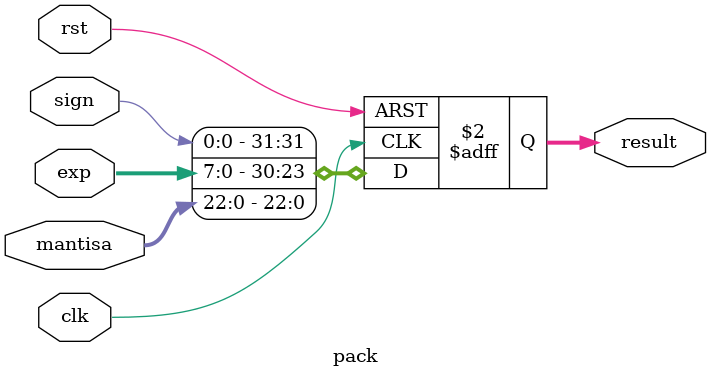
<source format=v>
module pack(
	input wire sign,
	input wire clk,
	input wire rst,
	input wire [22:0] mantisa,
	input wire [7:0] exp,
	
	output reg [31:0] result
);

	always @(posedge clk or posedge rst)
	begin
		if(rst)
		begin
			result <= 32'b0;
		end else
		begin
			result <= {sign,exp,mantisa};
		end
	end
	
endmodule 
</source>
